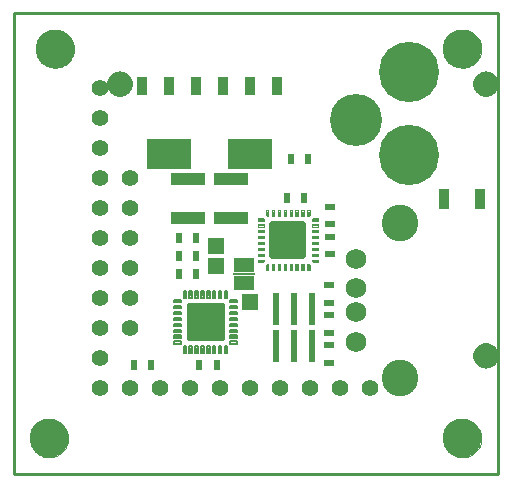
<source format=gts>
G75*
%MOIN*%
%OFA0B0*%
%FSLAX24Y24*%
%IPPOS*%
%LPD*%
%AMOC8*
0 testcomment*
5,1,8,0,0,1.08239X$1,22.5*
%
%ADD10C,0.0100*%
%ADD11C,0.0000*%
%ADD12C,0.1300*%
%ADD13R,0.0237X0.0355*%
%ADD14R,0.0355X0.0237*%
%ADD15R,0.0375X0.0670*%
%ADD16C,0.0690*%
%ADD17C,0.1221*%
%ADD18R,0.1142X0.0434*%
%ADD19R,0.0670X0.0500*%
%ADD20R,0.0720X0.0060*%
%ADD21C,0.0555*%
%ADD22R,0.0555X0.0555*%
%ADD23R,0.0197X0.1064*%
%ADD24C,0.0079*%
%ADD25C,0.0160*%
%ADD26C,0.0197*%
%ADD27C,0.0040*%
%ADD28R,0.0320X0.0631*%
%ADD29R,0.1457X0.1005*%
%ADD30C,0.0050*%
%ADD31C,0.2009*%
%ADD32C,0.1739*%
D10*
X000574Y000574D02*
X000574Y015928D01*
X016715Y015928D01*
X016715Y000574D01*
X000574Y000574D01*
D11*
X001125Y001755D02*
X001127Y001805D01*
X001133Y001855D01*
X001143Y001904D01*
X001157Y001952D01*
X001174Y001999D01*
X001195Y002044D01*
X001220Y002088D01*
X001248Y002129D01*
X001280Y002168D01*
X001314Y002205D01*
X001351Y002239D01*
X001391Y002269D01*
X001433Y002296D01*
X001477Y002320D01*
X001523Y002341D01*
X001570Y002357D01*
X001618Y002370D01*
X001668Y002379D01*
X001717Y002384D01*
X001768Y002385D01*
X001818Y002382D01*
X001867Y002375D01*
X001916Y002364D01*
X001964Y002349D01*
X002010Y002331D01*
X002055Y002309D01*
X002098Y002283D01*
X002139Y002254D01*
X002178Y002222D01*
X002214Y002187D01*
X002246Y002149D01*
X002276Y002109D01*
X002303Y002066D01*
X002326Y002022D01*
X002345Y001976D01*
X002361Y001928D01*
X002373Y001879D01*
X002381Y001830D01*
X002385Y001780D01*
X002385Y001730D01*
X002381Y001680D01*
X002373Y001631D01*
X002361Y001582D01*
X002345Y001534D01*
X002326Y001488D01*
X002303Y001444D01*
X002276Y001401D01*
X002246Y001361D01*
X002214Y001323D01*
X002178Y001288D01*
X002139Y001256D01*
X002098Y001227D01*
X002055Y001201D01*
X002010Y001179D01*
X001964Y001161D01*
X001916Y001146D01*
X001867Y001135D01*
X001818Y001128D01*
X001768Y001125D01*
X001717Y001126D01*
X001668Y001131D01*
X001618Y001140D01*
X001570Y001153D01*
X001523Y001169D01*
X001477Y001190D01*
X001433Y001214D01*
X001391Y001241D01*
X001351Y001271D01*
X001314Y001305D01*
X001280Y001342D01*
X001248Y001381D01*
X001220Y001422D01*
X001195Y001466D01*
X001174Y001511D01*
X001157Y001558D01*
X001143Y001606D01*
X001133Y001655D01*
X001127Y001705D01*
X001125Y001755D01*
X001322Y014747D02*
X001324Y014797D01*
X001330Y014847D01*
X001340Y014896D01*
X001354Y014944D01*
X001371Y014991D01*
X001392Y015036D01*
X001417Y015080D01*
X001445Y015121D01*
X001477Y015160D01*
X001511Y015197D01*
X001548Y015231D01*
X001588Y015261D01*
X001630Y015288D01*
X001674Y015312D01*
X001720Y015333D01*
X001767Y015349D01*
X001815Y015362D01*
X001865Y015371D01*
X001914Y015376D01*
X001965Y015377D01*
X002015Y015374D01*
X002064Y015367D01*
X002113Y015356D01*
X002161Y015341D01*
X002207Y015323D01*
X002252Y015301D01*
X002295Y015275D01*
X002336Y015246D01*
X002375Y015214D01*
X002411Y015179D01*
X002443Y015141D01*
X002473Y015101D01*
X002500Y015058D01*
X002523Y015014D01*
X002542Y014968D01*
X002558Y014920D01*
X002570Y014871D01*
X002578Y014822D01*
X002582Y014772D01*
X002582Y014722D01*
X002578Y014672D01*
X002570Y014623D01*
X002558Y014574D01*
X002542Y014526D01*
X002523Y014480D01*
X002500Y014436D01*
X002473Y014393D01*
X002443Y014353D01*
X002411Y014315D01*
X002375Y014280D01*
X002336Y014248D01*
X002295Y014219D01*
X002252Y014193D01*
X002207Y014171D01*
X002161Y014153D01*
X002113Y014138D01*
X002064Y014127D01*
X002015Y014120D01*
X001965Y014117D01*
X001914Y014118D01*
X001865Y014123D01*
X001815Y014132D01*
X001767Y014145D01*
X001720Y014161D01*
X001674Y014182D01*
X001630Y014206D01*
X001588Y014233D01*
X001548Y014263D01*
X001511Y014297D01*
X001477Y014334D01*
X001445Y014373D01*
X001417Y014414D01*
X001392Y014458D01*
X001371Y014503D01*
X001354Y014550D01*
X001340Y014598D01*
X001330Y014647D01*
X001324Y014697D01*
X001322Y014747D01*
X014904Y014747D02*
X014906Y014797D01*
X014912Y014847D01*
X014922Y014896D01*
X014936Y014944D01*
X014953Y014991D01*
X014974Y015036D01*
X014999Y015080D01*
X015027Y015121D01*
X015059Y015160D01*
X015093Y015197D01*
X015130Y015231D01*
X015170Y015261D01*
X015212Y015288D01*
X015256Y015312D01*
X015302Y015333D01*
X015349Y015349D01*
X015397Y015362D01*
X015447Y015371D01*
X015496Y015376D01*
X015547Y015377D01*
X015597Y015374D01*
X015646Y015367D01*
X015695Y015356D01*
X015743Y015341D01*
X015789Y015323D01*
X015834Y015301D01*
X015877Y015275D01*
X015918Y015246D01*
X015957Y015214D01*
X015993Y015179D01*
X016025Y015141D01*
X016055Y015101D01*
X016082Y015058D01*
X016105Y015014D01*
X016124Y014968D01*
X016140Y014920D01*
X016152Y014871D01*
X016160Y014822D01*
X016164Y014772D01*
X016164Y014722D01*
X016160Y014672D01*
X016152Y014623D01*
X016140Y014574D01*
X016124Y014526D01*
X016105Y014480D01*
X016082Y014436D01*
X016055Y014393D01*
X016025Y014353D01*
X015993Y014315D01*
X015957Y014280D01*
X015918Y014248D01*
X015877Y014219D01*
X015834Y014193D01*
X015789Y014171D01*
X015743Y014153D01*
X015695Y014138D01*
X015646Y014127D01*
X015597Y014120D01*
X015547Y014117D01*
X015496Y014118D01*
X015447Y014123D01*
X015397Y014132D01*
X015349Y014145D01*
X015302Y014161D01*
X015256Y014182D01*
X015212Y014206D01*
X015170Y014233D01*
X015130Y014263D01*
X015093Y014297D01*
X015059Y014334D01*
X015027Y014373D01*
X014999Y014414D01*
X014974Y014458D01*
X014953Y014503D01*
X014936Y014550D01*
X014922Y014598D01*
X014912Y014647D01*
X014906Y014697D01*
X014904Y014747D01*
X014904Y001755D02*
X014906Y001805D01*
X014912Y001855D01*
X014922Y001904D01*
X014936Y001952D01*
X014953Y001999D01*
X014974Y002044D01*
X014999Y002088D01*
X015027Y002129D01*
X015059Y002168D01*
X015093Y002205D01*
X015130Y002239D01*
X015170Y002269D01*
X015212Y002296D01*
X015256Y002320D01*
X015302Y002341D01*
X015349Y002357D01*
X015397Y002370D01*
X015447Y002379D01*
X015496Y002384D01*
X015547Y002385D01*
X015597Y002382D01*
X015646Y002375D01*
X015695Y002364D01*
X015743Y002349D01*
X015789Y002331D01*
X015834Y002309D01*
X015877Y002283D01*
X015918Y002254D01*
X015957Y002222D01*
X015993Y002187D01*
X016025Y002149D01*
X016055Y002109D01*
X016082Y002066D01*
X016105Y002022D01*
X016124Y001976D01*
X016140Y001928D01*
X016152Y001879D01*
X016160Y001830D01*
X016164Y001780D01*
X016164Y001730D01*
X016160Y001680D01*
X016152Y001631D01*
X016140Y001582D01*
X016124Y001534D01*
X016105Y001488D01*
X016082Y001444D01*
X016055Y001401D01*
X016025Y001361D01*
X015993Y001323D01*
X015957Y001288D01*
X015918Y001256D01*
X015877Y001227D01*
X015834Y001201D01*
X015789Y001179D01*
X015743Y001161D01*
X015695Y001146D01*
X015646Y001135D01*
X015597Y001128D01*
X015547Y001125D01*
X015496Y001126D01*
X015447Y001131D01*
X015397Y001140D01*
X015349Y001153D01*
X015302Y001169D01*
X015256Y001190D01*
X015212Y001214D01*
X015170Y001241D01*
X015130Y001271D01*
X015093Y001305D01*
X015059Y001342D01*
X015027Y001381D01*
X014999Y001422D01*
X014974Y001466D01*
X014953Y001511D01*
X014936Y001558D01*
X014922Y001606D01*
X014912Y001655D01*
X014906Y001705D01*
X014904Y001755D01*
D12*
X015534Y001755D03*
X015534Y014747D03*
X001952Y014747D03*
X001755Y001755D03*
D13*
X004572Y004212D03*
X005162Y004212D03*
X006762Y004212D03*
X007352Y004212D03*
X006662Y007222D03*
X006072Y007222D03*
X006072Y007822D03*
X006072Y008422D03*
X006662Y008422D03*
X006662Y007822D03*
X009672Y009767D03*
X010262Y009767D03*
X010394Y011056D03*
X009804Y011056D03*
D14*
X011102Y009482D03*
X011102Y008892D03*
X011102Y008482D03*
X011102Y007892D03*
X011082Y006872D03*
X011082Y006282D03*
X011082Y005872D03*
X011082Y005282D03*
X011082Y004872D03*
X011082Y004282D03*
D15*
X014902Y009733D03*
X016102Y009733D03*
D16*
X011979Y007739D03*
X011979Y006755D03*
X011979Y005967D03*
X011979Y004983D03*
D17*
X013443Y003774D03*
X013443Y008947D03*
D18*
X007813Y009104D03*
X007813Y010403D03*
X006379Y010405D03*
X006379Y009105D03*
D19*
X008266Y007526D03*
X008266Y006926D03*
D20*
X008266Y007226D03*
D21*
X004436Y007436D03*
X003436Y007436D03*
X003436Y008436D03*
X004436Y008436D03*
X004436Y009436D03*
X004436Y010436D03*
X003436Y010436D03*
X003436Y009436D03*
X003436Y011436D03*
X003436Y012436D03*
X003436Y013436D03*
X003436Y006436D03*
X004436Y006436D03*
X004436Y005436D03*
X003436Y005436D03*
X003436Y004436D03*
X003436Y003436D03*
X004436Y003436D03*
X005436Y003436D03*
X006436Y003436D03*
X007436Y003436D03*
X008436Y003436D03*
X009436Y003436D03*
X010436Y003436D03*
X011436Y003436D03*
X012436Y003436D03*
D22*
X008456Y006296D03*
X007317Y007513D03*
X007317Y008175D03*
D23*
X009322Y006077D03*
X009912Y006077D03*
X010503Y006077D03*
X010503Y004827D03*
X009912Y004827D03*
X009322Y004827D03*
D24*
X008010Y004912D02*
X008010Y004992D01*
X008010Y004912D02*
X007772Y004912D01*
X007772Y004992D01*
X008010Y004992D01*
X008010Y004990D02*
X007772Y004990D01*
X008010Y005109D02*
X008010Y005189D01*
X008010Y005109D02*
X007772Y005109D01*
X007772Y005189D01*
X008010Y005189D01*
X008010Y005187D02*
X007772Y005187D01*
X008010Y005306D02*
X008010Y005386D01*
X008010Y005306D02*
X007772Y005306D01*
X007772Y005386D01*
X008010Y005386D01*
X008010Y005384D02*
X007772Y005384D01*
X008010Y005502D02*
X008010Y005582D01*
X008010Y005502D02*
X007772Y005502D01*
X007772Y005582D01*
X008010Y005582D01*
X008010Y005580D02*
X007772Y005580D01*
X008010Y005699D02*
X008010Y005779D01*
X008010Y005699D02*
X007772Y005699D01*
X007772Y005779D01*
X008010Y005779D01*
X008010Y005777D02*
X007772Y005777D01*
X008010Y005896D02*
X008010Y005976D01*
X008010Y005896D02*
X007772Y005896D01*
X007772Y005976D01*
X008010Y005976D01*
X008010Y005974D02*
X007772Y005974D01*
X008010Y006093D02*
X008010Y006173D01*
X008010Y006093D02*
X007772Y006093D01*
X007772Y006173D01*
X008010Y006173D01*
X008010Y006171D02*
X007772Y006171D01*
X008010Y006290D02*
X008010Y006370D01*
X008010Y006290D02*
X007772Y006290D01*
X007772Y006370D01*
X008010Y006370D01*
X008010Y006368D02*
X007772Y006368D01*
X007695Y006447D02*
X007695Y006685D01*
X007695Y006447D02*
X007615Y006447D01*
X007615Y006685D01*
X007695Y006685D01*
X007695Y006525D02*
X007615Y006525D01*
X007615Y006603D02*
X007695Y006603D01*
X007695Y006681D02*
X007615Y006681D01*
X007498Y006685D02*
X007498Y006447D01*
X007418Y006447D01*
X007418Y006685D01*
X007498Y006685D01*
X007498Y006525D02*
X007418Y006525D01*
X007418Y006603D02*
X007498Y006603D01*
X007498Y006681D02*
X007418Y006681D01*
X007301Y006685D02*
X007301Y006447D01*
X007221Y006447D01*
X007221Y006685D01*
X007301Y006685D01*
X007301Y006525D02*
X007221Y006525D01*
X007221Y006603D02*
X007301Y006603D01*
X007301Y006681D02*
X007221Y006681D01*
X007104Y006685D02*
X007104Y006447D01*
X007024Y006447D01*
X007024Y006685D01*
X007104Y006685D01*
X007104Y006525D02*
X007024Y006525D01*
X007024Y006603D02*
X007104Y006603D01*
X007104Y006681D02*
X007024Y006681D01*
X006907Y006685D02*
X006907Y006447D01*
X006827Y006447D01*
X006827Y006685D01*
X006907Y006685D01*
X006907Y006525D02*
X006827Y006525D01*
X006827Y006603D02*
X006907Y006603D01*
X006907Y006681D02*
X006827Y006681D01*
X006711Y006685D02*
X006711Y006447D01*
X006631Y006447D01*
X006631Y006685D01*
X006711Y006685D01*
X006711Y006525D02*
X006631Y006525D01*
X006631Y006603D02*
X006711Y006603D01*
X006711Y006681D02*
X006631Y006681D01*
X006514Y006685D02*
X006514Y006447D01*
X006434Y006447D01*
X006434Y006685D01*
X006514Y006685D01*
X006514Y006525D02*
X006434Y006525D01*
X006434Y006603D02*
X006514Y006603D01*
X006514Y006681D02*
X006434Y006681D01*
X006317Y006685D02*
X006317Y006447D01*
X006237Y006447D01*
X006237Y006685D01*
X006317Y006685D01*
X006317Y006525D02*
X006237Y006525D01*
X006237Y006603D02*
X006317Y006603D01*
X006317Y006681D02*
X006237Y006681D01*
X006160Y006370D02*
X006160Y006290D01*
X005922Y006290D01*
X005922Y006370D01*
X006160Y006370D01*
X006160Y006368D02*
X005922Y006368D01*
X006160Y006173D02*
X006160Y006093D01*
X005922Y006093D01*
X005922Y006173D01*
X006160Y006173D01*
X006160Y006171D02*
X005922Y006171D01*
X006160Y005976D02*
X006160Y005896D01*
X005922Y005896D01*
X005922Y005976D01*
X006160Y005976D01*
X006160Y005974D02*
X005922Y005974D01*
X006160Y005779D02*
X006160Y005699D01*
X005922Y005699D01*
X005922Y005779D01*
X006160Y005779D01*
X006160Y005777D02*
X005922Y005777D01*
X006160Y005582D02*
X006160Y005502D01*
X005922Y005502D01*
X005922Y005582D01*
X006160Y005582D01*
X006160Y005580D02*
X005922Y005580D01*
X006160Y005386D02*
X006160Y005306D01*
X005922Y005306D01*
X005922Y005386D01*
X006160Y005386D01*
X006160Y005384D02*
X005922Y005384D01*
X006160Y005189D02*
X006160Y005109D01*
X005922Y005109D01*
X005922Y005189D01*
X006160Y005189D01*
X006160Y005187D02*
X005922Y005187D01*
X006160Y004992D02*
X006160Y004912D01*
X005922Y004912D01*
X005922Y004992D01*
X006160Y004992D01*
X006160Y004990D02*
X005922Y004990D01*
X006317Y004835D02*
X006317Y004597D01*
X006237Y004597D01*
X006237Y004835D01*
X006317Y004835D01*
X006317Y004675D02*
X006237Y004675D01*
X006237Y004753D02*
X006317Y004753D01*
X006317Y004831D02*
X006237Y004831D01*
X006514Y004835D02*
X006514Y004597D01*
X006434Y004597D01*
X006434Y004835D01*
X006514Y004835D01*
X006514Y004675D02*
X006434Y004675D01*
X006434Y004753D02*
X006514Y004753D01*
X006514Y004831D02*
X006434Y004831D01*
X006711Y004835D02*
X006711Y004597D01*
X006631Y004597D01*
X006631Y004835D01*
X006711Y004835D01*
X006711Y004675D02*
X006631Y004675D01*
X006631Y004753D02*
X006711Y004753D01*
X006711Y004831D02*
X006631Y004831D01*
X006907Y004835D02*
X006907Y004597D01*
X006827Y004597D01*
X006827Y004835D01*
X006907Y004835D01*
X006907Y004675D02*
X006827Y004675D01*
X006827Y004753D02*
X006907Y004753D01*
X006907Y004831D02*
X006827Y004831D01*
X007104Y004835D02*
X007104Y004597D01*
X007024Y004597D01*
X007024Y004835D01*
X007104Y004835D01*
X007104Y004675D02*
X007024Y004675D01*
X007024Y004753D02*
X007104Y004753D01*
X007104Y004831D02*
X007024Y004831D01*
X007301Y004835D02*
X007301Y004597D01*
X007221Y004597D01*
X007221Y004835D01*
X007301Y004835D01*
X007301Y004675D02*
X007221Y004675D01*
X007221Y004753D02*
X007301Y004753D01*
X007301Y004831D02*
X007221Y004831D01*
X007498Y004835D02*
X007498Y004597D01*
X007418Y004597D01*
X007418Y004835D01*
X007498Y004835D01*
X007498Y004675D02*
X007418Y004675D01*
X007418Y004753D02*
X007498Y004753D01*
X007498Y004831D02*
X007418Y004831D01*
X007695Y004835D02*
X007695Y004597D01*
X007615Y004597D01*
X007615Y004835D01*
X007695Y004835D01*
X007695Y004675D02*
X007615Y004675D01*
X007615Y004753D02*
X007695Y004753D01*
X007695Y004831D02*
X007615Y004831D01*
D25*
X007516Y005091D02*
X006416Y005091D01*
X006416Y006191D01*
X007516Y006191D01*
X007516Y005091D01*
X007516Y005237D02*
X006416Y005237D01*
X006416Y005395D02*
X007516Y005395D01*
X007516Y005554D02*
X006416Y005554D01*
X006416Y005712D02*
X007516Y005712D01*
X007516Y005871D02*
X006416Y005871D01*
X006416Y006029D02*
X007516Y006029D01*
X007516Y006188D02*
X006416Y006188D01*
D26*
X009189Y007844D02*
X009189Y008888D01*
X010233Y008888D01*
X010233Y007844D01*
X009189Y007844D01*
X009189Y008012D02*
X010233Y008012D01*
X010233Y008207D02*
X009189Y008207D01*
X009189Y008403D02*
X010233Y008403D01*
X010233Y008598D02*
X009189Y008598D01*
X009189Y008793D02*
X010233Y008793D01*
D27*
X010518Y008819D02*
X010518Y008897D01*
X010715Y008897D01*
X010715Y008819D01*
X010518Y008819D01*
X010518Y008856D02*
X010715Y008856D01*
X010715Y008895D02*
X010518Y008895D01*
X010518Y009016D02*
X010715Y009016D01*
X010715Y009094D01*
X010538Y009094D01*
X010518Y009075D01*
X010518Y009016D01*
X010518Y009049D02*
X010715Y009049D01*
X010715Y009087D02*
X010531Y009087D01*
X010439Y009193D02*
X010420Y009173D01*
X010361Y009173D01*
X010361Y009370D01*
X010439Y009370D01*
X010439Y009193D01*
X010439Y009203D02*
X010361Y009203D01*
X010361Y009241D02*
X010439Y009241D01*
X010439Y009280D02*
X010361Y009280D01*
X010361Y009318D02*
X010439Y009318D01*
X010439Y009357D02*
X010361Y009357D01*
X010242Y009357D02*
X010164Y009357D01*
X010164Y009370D02*
X010242Y009370D01*
X010242Y009173D01*
X010164Y009173D01*
X010164Y009370D01*
X010164Y009318D02*
X010242Y009318D01*
X010242Y009280D02*
X010164Y009280D01*
X010164Y009241D02*
X010242Y009241D01*
X010242Y009203D02*
X010164Y009203D01*
X010046Y009203D02*
X009967Y009203D01*
X009967Y009173D02*
X009967Y009370D01*
X010046Y009370D01*
X010046Y009173D01*
X009967Y009173D01*
X009967Y009241D02*
X010046Y009241D01*
X010046Y009280D02*
X009967Y009280D01*
X009967Y009318D02*
X010046Y009318D01*
X010046Y009357D02*
X009967Y009357D01*
X009849Y009357D02*
X009770Y009357D01*
X009770Y009370D02*
X009849Y009370D01*
X009849Y009173D01*
X009770Y009173D01*
X009770Y009370D01*
X009770Y009318D02*
X009849Y009318D01*
X009849Y009280D02*
X009770Y009280D01*
X009770Y009241D02*
X009849Y009241D01*
X009849Y009203D02*
X009770Y009203D01*
X009652Y009203D02*
X009573Y009203D01*
X009573Y009173D02*
X009573Y009370D01*
X009652Y009370D01*
X009652Y009173D01*
X009573Y009173D01*
X009573Y009241D02*
X009652Y009241D01*
X009652Y009280D02*
X009573Y009280D01*
X009573Y009318D02*
X009652Y009318D01*
X009652Y009357D02*
X009573Y009357D01*
X009455Y009357D02*
X009376Y009357D01*
X009376Y009370D02*
X009455Y009370D01*
X009455Y009173D01*
X009376Y009173D01*
X009376Y009370D01*
X009376Y009318D02*
X009455Y009318D01*
X009455Y009280D02*
X009376Y009280D01*
X009376Y009241D02*
X009455Y009241D01*
X009455Y009203D02*
X009376Y009203D01*
X009258Y009203D02*
X009179Y009203D01*
X009179Y009173D02*
X009179Y009370D01*
X009258Y009370D01*
X009258Y009173D01*
X009179Y009173D01*
X009179Y009241D02*
X009258Y009241D01*
X009258Y009280D02*
X009179Y009280D01*
X009179Y009318D02*
X009258Y009318D01*
X009258Y009357D02*
X009179Y009357D01*
X009061Y009357D02*
X008983Y009357D01*
X008983Y009370D02*
X009061Y009370D01*
X009061Y009173D01*
X009002Y009173D01*
X008983Y009193D01*
X008983Y009370D01*
X008983Y009318D02*
X009061Y009318D01*
X009061Y009280D02*
X008983Y009280D01*
X008983Y009241D02*
X009061Y009241D01*
X009061Y009203D02*
X008983Y009203D01*
X008884Y009094D02*
X008707Y009094D01*
X008707Y009016D01*
X008904Y009016D01*
X008904Y009075D01*
X008884Y009094D01*
X008891Y009087D02*
X008707Y009087D01*
X008707Y009049D02*
X008904Y009049D01*
X008904Y008897D02*
X008707Y008897D01*
X008707Y008819D01*
X008904Y008819D01*
X008904Y008897D01*
X008904Y008895D02*
X008707Y008895D01*
X008707Y008856D02*
X008904Y008856D01*
X008904Y008701D02*
X008707Y008701D01*
X008707Y008622D01*
X008904Y008622D01*
X008904Y008701D01*
X008904Y008664D02*
X008707Y008664D01*
X008707Y008625D02*
X008904Y008625D01*
X008904Y008504D02*
X008707Y008504D01*
X008707Y008425D01*
X008904Y008425D01*
X008904Y008504D01*
X008904Y008471D02*
X008707Y008471D01*
X008707Y008433D02*
X008904Y008433D01*
X008904Y008307D02*
X008707Y008307D01*
X008707Y008228D01*
X008904Y008228D01*
X008904Y008307D01*
X008904Y008279D02*
X008707Y008279D01*
X008707Y008240D02*
X008904Y008240D01*
X008904Y008110D02*
X008904Y008031D01*
X008707Y008031D01*
X008707Y008110D01*
X008904Y008110D01*
X008904Y008086D02*
X008707Y008086D01*
X008707Y008048D02*
X008904Y008048D01*
X008904Y007913D02*
X008707Y007913D01*
X008707Y007834D01*
X008904Y007834D01*
X008904Y007913D01*
X008904Y007894D02*
X008707Y007894D01*
X008707Y007855D02*
X008904Y007855D01*
X008904Y007716D02*
X008707Y007716D01*
X008707Y007638D01*
X008884Y007638D01*
X008904Y007657D01*
X008904Y007716D01*
X008904Y007701D02*
X008707Y007701D01*
X008707Y007663D02*
X008904Y007663D01*
X009002Y007559D02*
X008983Y007539D01*
X008983Y007362D01*
X009061Y007362D01*
X009061Y007559D01*
X009002Y007559D01*
X008991Y007547D02*
X009061Y007547D01*
X009061Y007509D02*
X008983Y007509D01*
X008983Y007470D02*
X009061Y007470D01*
X009061Y007432D02*
X008983Y007432D01*
X008983Y007393D02*
X009061Y007393D01*
X009179Y007393D02*
X009258Y007393D01*
X009258Y007362D02*
X009179Y007362D01*
X009179Y007559D01*
X009258Y007559D01*
X009258Y007362D01*
X009258Y007432D02*
X009179Y007432D01*
X009179Y007470D02*
X009258Y007470D01*
X009258Y007509D02*
X009179Y007509D01*
X009179Y007547D02*
X009258Y007547D01*
X009376Y007547D02*
X009455Y007547D01*
X009455Y007559D02*
X009455Y007362D01*
X009376Y007362D01*
X009376Y007559D01*
X009455Y007559D01*
X009455Y007509D02*
X009376Y007509D01*
X009376Y007470D02*
X009455Y007470D01*
X009455Y007432D02*
X009376Y007432D01*
X009376Y007393D02*
X009455Y007393D01*
X009573Y007393D02*
X009652Y007393D01*
X009652Y007362D02*
X009573Y007362D01*
X009573Y007559D01*
X009652Y007559D01*
X009652Y007362D01*
X009652Y007432D02*
X009573Y007432D01*
X009573Y007470D02*
X009652Y007470D01*
X009652Y007509D02*
X009573Y007509D01*
X009573Y007547D02*
X009652Y007547D01*
X009770Y007547D02*
X009849Y007547D01*
X009849Y007559D02*
X009849Y007362D01*
X009770Y007362D01*
X009770Y007559D01*
X009849Y007559D01*
X009849Y007509D02*
X009770Y007509D01*
X009770Y007470D02*
X009849Y007470D01*
X009849Y007432D02*
X009770Y007432D01*
X009770Y007393D02*
X009849Y007393D01*
X009967Y007393D02*
X010046Y007393D01*
X010046Y007362D02*
X009967Y007362D01*
X009967Y007559D01*
X010046Y007559D01*
X010046Y007362D01*
X010046Y007432D02*
X009967Y007432D01*
X009967Y007470D02*
X010046Y007470D01*
X010046Y007509D02*
X009967Y007509D01*
X009967Y007547D02*
X010046Y007547D01*
X010164Y007547D02*
X010242Y007547D01*
X010242Y007559D02*
X010242Y007362D01*
X010164Y007362D01*
X010164Y007559D01*
X010242Y007559D01*
X010242Y007509D02*
X010164Y007509D01*
X010164Y007470D02*
X010242Y007470D01*
X010242Y007432D02*
X010164Y007432D01*
X010164Y007393D02*
X010242Y007393D01*
X010361Y007393D02*
X010439Y007393D01*
X010439Y007362D02*
X010361Y007362D01*
X010361Y007559D01*
X010420Y007559D01*
X010439Y007539D01*
X010439Y007362D01*
X010439Y007432D02*
X010361Y007432D01*
X010361Y007470D02*
X010439Y007470D01*
X010439Y007509D02*
X010361Y007509D01*
X010361Y007547D02*
X010431Y007547D01*
X010538Y007638D02*
X010518Y007657D01*
X010518Y007716D01*
X010715Y007716D01*
X010715Y007638D01*
X010538Y007638D01*
X010518Y007663D02*
X010715Y007663D01*
X010715Y007701D02*
X010518Y007701D01*
X010518Y007834D02*
X010518Y007913D01*
X010715Y007913D01*
X010715Y007834D01*
X010518Y007834D01*
X010518Y007855D02*
X010715Y007855D01*
X010715Y007894D02*
X010518Y007894D01*
X010518Y008031D02*
X010518Y008110D01*
X010715Y008110D01*
X010715Y008031D01*
X010518Y008031D01*
X010518Y008048D02*
X010715Y008048D01*
X010715Y008086D02*
X010518Y008086D01*
X010518Y008228D02*
X010518Y008307D01*
X010715Y008307D01*
X010715Y008228D01*
X010518Y008228D01*
X010518Y008240D02*
X010715Y008240D01*
X010715Y008279D02*
X010518Y008279D01*
X010518Y008425D02*
X010518Y008504D01*
X010715Y008504D01*
X010715Y008425D01*
X010518Y008425D01*
X010518Y008433D02*
X010715Y008433D01*
X010715Y008471D02*
X010518Y008471D01*
X010518Y008622D02*
X010518Y008701D01*
X010715Y008701D01*
X010715Y008622D01*
X010518Y008622D01*
X010518Y008625D02*
X010715Y008625D01*
X010715Y008664D02*
X010518Y008664D01*
D28*
X009351Y013497D03*
X008446Y013497D03*
X007540Y013497D03*
X006651Y013497D03*
X005746Y013497D03*
X004840Y013497D03*
D29*
X005746Y011243D03*
X008446Y011243D03*
D30*
X004487Y013431D02*
X004505Y013497D01*
X004511Y013566D01*
X004505Y013634D01*
X004487Y013700D01*
X004458Y013763D01*
X004419Y013819D01*
X004370Y013867D01*
X004314Y013907D01*
X004252Y013936D01*
X004185Y013954D01*
X004117Y013960D01*
X004049Y013954D01*
X003982Y013936D01*
X003920Y013907D01*
X003864Y013867D01*
X003815Y013819D01*
X003776Y013763D01*
X003747Y013700D01*
X003729Y013634D01*
X003723Y013566D01*
X003729Y013497D01*
X003747Y013431D01*
X003776Y013369D01*
X003815Y013313D01*
X003864Y013264D01*
X003920Y013225D01*
X003982Y013196D01*
X004049Y013178D01*
X004117Y013172D01*
X004185Y013178D01*
X004252Y013196D01*
X004314Y013225D01*
X004370Y013264D01*
X004419Y013313D01*
X004458Y013369D01*
X004487Y013431D01*
X004493Y013455D02*
X003741Y013455D01*
X003729Y013503D02*
X004505Y013503D01*
X004509Y013552D02*
X003725Y013552D01*
X003726Y013600D02*
X004508Y013600D01*
X004501Y013649D02*
X003733Y013649D01*
X003746Y013697D02*
X004488Y013697D01*
X004466Y013746D02*
X003768Y013746D01*
X003798Y013794D02*
X004436Y013794D01*
X004395Y013843D02*
X003839Y013843D01*
X003898Y013891D02*
X004336Y013891D01*
X004237Y013940D02*
X003997Y013940D01*
X003759Y013406D02*
X004475Y013406D01*
X004450Y013358D02*
X003784Y013358D01*
X003819Y013309D02*
X004415Y013309D01*
X004365Y013261D02*
X003869Y013261D01*
X003947Y013212D02*
X004287Y013212D01*
X015928Y013566D02*
X015934Y013634D01*
X015952Y013700D01*
X015981Y013763D01*
X016020Y013819D01*
X016069Y013867D01*
X016125Y013907D01*
X016187Y013936D01*
X016253Y013954D01*
X016322Y013960D01*
X016390Y013954D01*
X016456Y013936D01*
X016519Y013907D01*
X016575Y013867D01*
X016623Y013819D01*
X016663Y013763D01*
X016692Y013700D01*
X016709Y013634D01*
X016715Y013566D01*
X016709Y013497D01*
X016692Y013431D01*
X016663Y013369D01*
X016623Y013313D01*
X016575Y013264D01*
X016519Y013225D01*
X016456Y013196D01*
X016390Y013178D01*
X016322Y013172D01*
X016253Y013178D01*
X016187Y013196D01*
X016125Y013225D01*
X016069Y013264D01*
X016020Y013313D01*
X015981Y013369D01*
X015952Y013431D01*
X015934Y013497D01*
X015928Y013566D01*
X015929Y013552D02*
X016714Y013552D01*
X016712Y013600D02*
X015931Y013600D01*
X015938Y013649D02*
X016706Y013649D01*
X016693Y013697D02*
X015951Y013697D01*
X015973Y013746D02*
X016671Y013746D01*
X016641Y013794D02*
X016003Y013794D01*
X016044Y013843D02*
X016599Y013843D01*
X016541Y013891D02*
X016103Y013891D01*
X016202Y013940D02*
X016442Y013940D01*
X016710Y013503D02*
X015934Y013503D01*
X015945Y013455D02*
X016698Y013455D01*
X016680Y013406D02*
X015963Y013406D01*
X015989Y013358D02*
X016655Y013358D01*
X016620Y013309D02*
X016024Y013309D01*
X016074Y013261D02*
X016570Y013261D01*
X016492Y013212D02*
X016152Y013212D01*
X016322Y004904D02*
X016253Y004898D01*
X016187Y004881D01*
X016125Y004852D01*
X016069Y004812D01*
X016020Y004764D01*
X015981Y004708D01*
X015952Y004645D01*
X015934Y004579D01*
X015928Y004511D01*
X015934Y004442D01*
X015952Y004376D01*
X015981Y004314D01*
X016020Y004258D01*
X016069Y004209D01*
X016125Y004170D01*
X016187Y004141D01*
X016253Y004123D01*
X016322Y004117D01*
X016390Y004123D01*
X016456Y004141D01*
X016519Y004170D01*
X016575Y004209D01*
X016623Y004258D01*
X016663Y004314D01*
X016692Y004376D01*
X016709Y004442D01*
X016715Y004511D01*
X016709Y004579D01*
X016692Y004645D01*
X016663Y004708D01*
X016623Y004764D01*
X016575Y004812D01*
X016519Y004852D01*
X016456Y004881D01*
X016390Y004898D01*
X016322Y004904D01*
X016165Y004870D02*
X016479Y004870D01*
X016561Y004822D02*
X016082Y004822D01*
X016030Y004773D02*
X016614Y004773D01*
X016651Y004725D02*
X015993Y004725D01*
X015966Y004676D02*
X016677Y004676D01*
X016696Y004628D02*
X015947Y004628D01*
X015934Y004579D02*
X016709Y004579D01*
X016714Y004531D02*
X015930Y004531D01*
X015931Y004482D02*
X016713Y004482D01*
X016707Y004434D02*
X015936Y004434D01*
X015949Y004385D02*
X016694Y004385D01*
X016673Y004337D02*
X015970Y004337D01*
X015999Y004288D02*
X016645Y004288D01*
X016605Y004240D02*
X016038Y004240D01*
X016094Y004191D02*
X016549Y004191D01*
X016461Y004143D02*
X016183Y004143D01*
D31*
X013763Y011204D03*
X013763Y013960D03*
D32*
X011991Y012385D03*
M02*

</source>
